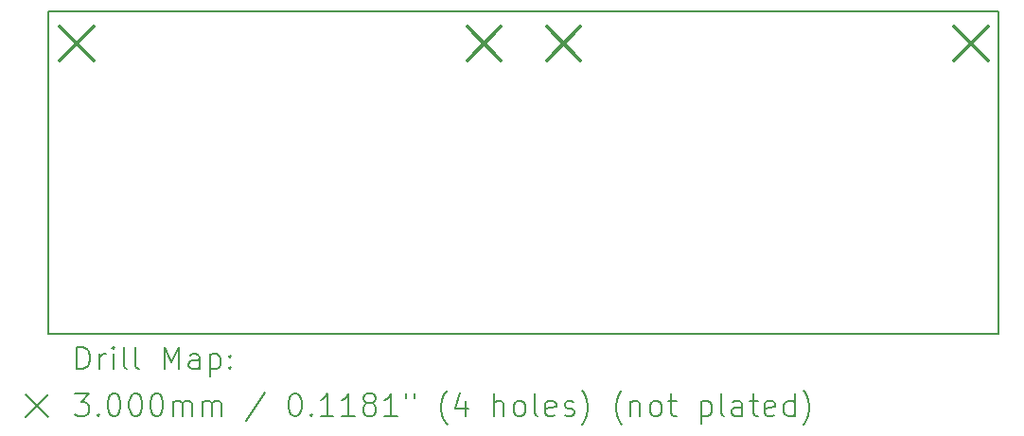
<source format=gbr>
%TF.GenerationSoftware,KiCad,Pcbnew,7.0.7*%
%TF.CreationDate,2023-11-07T21:15:59-05:00*%
%TF.ProjectId,DriveTrain,44726976-6554-4726-9169-6e2e6b696361,rev?*%
%TF.SameCoordinates,Original*%
%TF.FileFunction,Drillmap*%
%TF.FilePolarity,Positive*%
%FSLAX45Y45*%
G04 Gerber Fmt 4.5, Leading zero omitted, Abs format (unit mm)*
G04 Created by KiCad (PCBNEW 7.0.7) date 2023-11-07 21:15:59*
%MOMM*%
%LPD*%
G01*
G04 APERTURE LIST*
%ADD10C,0.150000*%
%ADD11C,0.200000*%
%ADD12C,0.300000*%
G04 APERTURE END LIST*
D10*
X12277900Y-3316200D02*
X12277900Y-6200000D01*
X20778700Y-3316200D02*
X20778700Y-6200000D01*
X12277900Y-6200000D02*
X20778700Y-6200000D01*
X12277900Y-3316200D02*
X20778700Y-3316200D01*
D11*
D12*
X12377500Y-3453000D02*
X12677500Y-3753000D01*
X12677500Y-3453000D02*
X12377500Y-3753000D01*
X16022200Y-3453000D02*
X16322200Y-3753000D01*
X16322200Y-3453000D02*
X16022200Y-3753000D01*
X16734200Y-3453000D02*
X17034200Y-3753000D01*
X17034200Y-3453000D02*
X16734200Y-3753000D01*
X20379200Y-3453000D02*
X20679200Y-3753000D01*
X20679200Y-3453000D02*
X20379200Y-3753000D01*
D11*
X12531177Y-6518984D02*
X12531177Y-6318984D01*
X12531177Y-6318984D02*
X12578796Y-6318984D01*
X12578796Y-6318984D02*
X12607367Y-6328508D01*
X12607367Y-6328508D02*
X12626415Y-6347555D01*
X12626415Y-6347555D02*
X12635939Y-6366603D01*
X12635939Y-6366603D02*
X12645462Y-6404698D01*
X12645462Y-6404698D02*
X12645462Y-6433269D01*
X12645462Y-6433269D02*
X12635939Y-6471365D01*
X12635939Y-6471365D02*
X12626415Y-6490412D01*
X12626415Y-6490412D02*
X12607367Y-6509460D01*
X12607367Y-6509460D02*
X12578796Y-6518984D01*
X12578796Y-6518984D02*
X12531177Y-6518984D01*
X12731177Y-6518984D02*
X12731177Y-6385650D01*
X12731177Y-6423746D02*
X12740701Y-6404698D01*
X12740701Y-6404698D02*
X12750224Y-6395174D01*
X12750224Y-6395174D02*
X12769272Y-6385650D01*
X12769272Y-6385650D02*
X12788320Y-6385650D01*
X12854986Y-6518984D02*
X12854986Y-6385650D01*
X12854986Y-6318984D02*
X12845462Y-6328508D01*
X12845462Y-6328508D02*
X12854986Y-6338031D01*
X12854986Y-6338031D02*
X12864510Y-6328508D01*
X12864510Y-6328508D02*
X12854986Y-6318984D01*
X12854986Y-6318984D02*
X12854986Y-6338031D01*
X12978796Y-6518984D02*
X12959748Y-6509460D01*
X12959748Y-6509460D02*
X12950224Y-6490412D01*
X12950224Y-6490412D02*
X12950224Y-6318984D01*
X13083558Y-6518984D02*
X13064510Y-6509460D01*
X13064510Y-6509460D02*
X13054986Y-6490412D01*
X13054986Y-6490412D02*
X13054986Y-6318984D01*
X13312129Y-6518984D02*
X13312129Y-6318984D01*
X13312129Y-6318984D02*
X13378796Y-6461841D01*
X13378796Y-6461841D02*
X13445462Y-6318984D01*
X13445462Y-6318984D02*
X13445462Y-6518984D01*
X13626415Y-6518984D02*
X13626415Y-6414222D01*
X13626415Y-6414222D02*
X13616891Y-6395174D01*
X13616891Y-6395174D02*
X13597843Y-6385650D01*
X13597843Y-6385650D02*
X13559748Y-6385650D01*
X13559748Y-6385650D02*
X13540701Y-6395174D01*
X13626415Y-6509460D02*
X13607367Y-6518984D01*
X13607367Y-6518984D02*
X13559748Y-6518984D01*
X13559748Y-6518984D02*
X13540701Y-6509460D01*
X13540701Y-6509460D02*
X13531177Y-6490412D01*
X13531177Y-6490412D02*
X13531177Y-6471365D01*
X13531177Y-6471365D02*
X13540701Y-6452317D01*
X13540701Y-6452317D02*
X13559748Y-6442793D01*
X13559748Y-6442793D02*
X13607367Y-6442793D01*
X13607367Y-6442793D02*
X13626415Y-6433269D01*
X13721653Y-6385650D02*
X13721653Y-6585650D01*
X13721653Y-6395174D02*
X13740701Y-6385650D01*
X13740701Y-6385650D02*
X13778796Y-6385650D01*
X13778796Y-6385650D02*
X13797843Y-6395174D01*
X13797843Y-6395174D02*
X13807367Y-6404698D01*
X13807367Y-6404698D02*
X13816891Y-6423746D01*
X13816891Y-6423746D02*
X13816891Y-6480888D01*
X13816891Y-6480888D02*
X13807367Y-6499936D01*
X13807367Y-6499936D02*
X13797843Y-6509460D01*
X13797843Y-6509460D02*
X13778796Y-6518984D01*
X13778796Y-6518984D02*
X13740701Y-6518984D01*
X13740701Y-6518984D02*
X13721653Y-6509460D01*
X13902605Y-6499936D02*
X13912129Y-6509460D01*
X13912129Y-6509460D02*
X13902605Y-6518984D01*
X13902605Y-6518984D02*
X13893082Y-6509460D01*
X13893082Y-6509460D02*
X13902605Y-6499936D01*
X13902605Y-6499936D02*
X13902605Y-6518984D01*
X13902605Y-6395174D02*
X13912129Y-6404698D01*
X13912129Y-6404698D02*
X13902605Y-6414222D01*
X13902605Y-6414222D02*
X13893082Y-6404698D01*
X13893082Y-6404698D02*
X13902605Y-6395174D01*
X13902605Y-6395174D02*
X13902605Y-6414222D01*
X12070400Y-6747500D02*
X12270400Y-6947500D01*
X12270400Y-6747500D02*
X12070400Y-6947500D01*
X12512129Y-6738984D02*
X12635939Y-6738984D01*
X12635939Y-6738984D02*
X12569272Y-6815174D01*
X12569272Y-6815174D02*
X12597843Y-6815174D01*
X12597843Y-6815174D02*
X12616891Y-6824698D01*
X12616891Y-6824698D02*
X12626415Y-6834222D01*
X12626415Y-6834222D02*
X12635939Y-6853269D01*
X12635939Y-6853269D02*
X12635939Y-6900888D01*
X12635939Y-6900888D02*
X12626415Y-6919936D01*
X12626415Y-6919936D02*
X12616891Y-6929460D01*
X12616891Y-6929460D02*
X12597843Y-6938984D01*
X12597843Y-6938984D02*
X12540701Y-6938984D01*
X12540701Y-6938984D02*
X12521653Y-6929460D01*
X12521653Y-6929460D02*
X12512129Y-6919936D01*
X12721653Y-6919936D02*
X12731177Y-6929460D01*
X12731177Y-6929460D02*
X12721653Y-6938984D01*
X12721653Y-6938984D02*
X12712129Y-6929460D01*
X12712129Y-6929460D02*
X12721653Y-6919936D01*
X12721653Y-6919936D02*
X12721653Y-6938984D01*
X12854986Y-6738984D02*
X12874034Y-6738984D01*
X12874034Y-6738984D02*
X12893082Y-6748508D01*
X12893082Y-6748508D02*
X12902605Y-6758031D01*
X12902605Y-6758031D02*
X12912129Y-6777079D01*
X12912129Y-6777079D02*
X12921653Y-6815174D01*
X12921653Y-6815174D02*
X12921653Y-6862793D01*
X12921653Y-6862793D02*
X12912129Y-6900888D01*
X12912129Y-6900888D02*
X12902605Y-6919936D01*
X12902605Y-6919936D02*
X12893082Y-6929460D01*
X12893082Y-6929460D02*
X12874034Y-6938984D01*
X12874034Y-6938984D02*
X12854986Y-6938984D01*
X12854986Y-6938984D02*
X12835939Y-6929460D01*
X12835939Y-6929460D02*
X12826415Y-6919936D01*
X12826415Y-6919936D02*
X12816891Y-6900888D01*
X12816891Y-6900888D02*
X12807367Y-6862793D01*
X12807367Y-6862793D02*
X12807367Y-6815174D01*
X12807367Y-6815174D02*
X12816891Y-6777079D01*
X12816891Y-6777079D02*
X12826415Y-6758031D01*
X12826415Y-6758031D02*
X12835939Y-6748508D01*
X12835939Y-6748508D02*
X12854986Y-6738984D01*
X13045462Y-6738984D02*
X13064510Y-6738984D01*
X13064510Y-6738984D02*
X13083558Y-6748508D01*
X13083558Y-6748508D02*
X13093082Y-6758031D01*
X13093082Y-6758031D02*
X13102605Y-6777079D01*
X13102605Y-6777079D02*
X13112129Y-6815174D01*
X13112129Y-6815174D02*
X13112129Y-6862793D01*
X13112129Y-6862793D02*
X13102605Y-6900888D01*
X13102605Y-6900888D02*
X13093082Y-6919936D01*
X13093082Y-6919936D02*
X13083558Y-6929460D01*
X13083558Y-6929460D02*
X13064510Y-6938984D01*
X13064510Y-6938984D02*
X13045462Y-6938984D01*
X13045462Y-6938984D02*
X13026415Y-6929460D01*
X13026415Y-6929460D02*
X13016891Y-6919936D01*
X13016891Y-6919936D02*
X13007367Y-6900888D01*
X13007367Y-6900888D02*
X12997843Y-6862793D01*
X12997843Y-6862793D02*
X12997843Y-6815174D01*
X12997843Y-6815174D02*
X13007367Y-6777079D01*
X13007367Y-6777079D02*
X13016891Y-6758031D01*
X13016891Y-6758031D02*
X13026415Y-6748508D01*
X13026415Y-6748508D02*
X13045462Y-6738984D01*
X13235939Y-6738984D02*
X13254986Y-6738984D01*
X13254986Y-6738984D02*
X13274034Y-6748508D01*
X13274034Y-6748508D02*
X13283558Y-6758031D01*
X13283558Y-6758031D02*
X13293082Y-6777079D01*
X13293082Y-6777079D02*
X13302605Y-6815174D01*
X13302605Y-6815174D02*
X13302605Y-6862793D01*
X13302605Y-6862793D02*
X13293082Y-6900888D01*
X13293082Y-6900888D02*
X13283558Y-6919936D01*
X13283558Y-6919936D02*
X13274034Y-6929460D01*
X13274034Y-6929460D02*
X13254986Y-6938984D01*
X13254986Y-6938984D02*
X13235939Y-6938984D01*
X13235939Y-6938984D02*
X13216891Y-6929460D01*
X13216891Y-6929460D02*
X13207367Y-6919936D01*
X13207367Y-6919936D02*
X13197843Y-6900888D01*
X13197843Y-6900888D02*
X13188320Y-6862793D01*
X13188320Y-6862793D02*
X13188320Y-6815174D01*
X13188320Y-6815174D02*
X13197843Y-6777079D01*
X13197843Y-6777079D02*
X13207367Y-6758031D01*
X13207367Y-6758031D02*
X13216891Y-6748508D01*
X13216891Y-6748508D02*
X13235939Y-6738984D01*
X13388320Y-6938984D02*
X13388320Y-6805650D01*
X13388320Y-6824698D02*
X13397843Y-6815174D01*
X13397843Y-6815174D02*
X13416891Y-6805650D01*
X13416891Y-6805650D02*
X13445463Y-6805650D01*
X13445463Y-6805650D02*
X13464510Y-6815174D01*
X13464510Y-6815174D02*
X13474034Y-6834222D01*
X13474034Y-6834222D02*
X13474034Y-6938984D01*
X13474034Y-6834222D02*
X13483558Y-6815174D01*
X13483558Y-6815174D02*
X13502605Y-6805650D01*
X13502605Y-6805650D02*
X13531177Y-6805650D01*
X13531177Y-6805650D02*
X13550224Y-6815174D01*
X13550224Y-6815174D02*
X13559748Y-6834222D01*
X13559748Y-6834222D02*
X13559748Y-6938984D01*
X13654986Y-6938984D02*
X13654986Y-6805650D01*
X13654986Y-6824698D02*
X13664510Y-6815174D01*
X13664510Y-6815174D02*
X13683558Y-6805650D01*
X13683558Y-6805650D02*
X13712129Y-6805650D01*
X13712129Y-6805650D02*
X13731177Y-6815174D01*
X13731177Y-6815174D02*
X13740701Y-6834222D01*
X13740701Y-6834222D02*
X13740701Y-6938984D01*
X13740701Y-6834222D02*
X13750224Y-6815174D01*
X13750224Y-6815174D02*
X13769272Y-6805650D01*
X13769272Y-6805650D02*
X13797843Y-6805650D01*
X13797843Y-6805650D02*
X13816891Y-6815174D01*
X13816891Y-6815174D02*
X13826415Y-6834222D01*
X13826415Y-6834222D02*
X13826415Y-6938984D01*
X14216891Y-6729460D02*
X14045463Y-6986603D01*
X14474034Y-6738984D02*
X14493082Y-6738984D01*
X14493082Y-6738984D02*
X14512129Y-6748508D01*
X14512129Y-6748508D02*
X14521653Y-6758031D01*
X14521653Y-6758031D02*
X14531177Y-6777079D01*
X14531177Y-6777079D02*
X14540701Y-6815174D01*
X14540701Y-6815174D02*
X14540701Y-6862793D01*
X14540701Y-6862793D02*
X14531177Y-6900888D01*
X14531177Y-6900888D02*
X14521653Y-6919936D01*
X14521653Y-6919936D02*
X14512129Y-6929460D01*
X14512129Y-6929460D02*
X14493082Y-6938984D01*
X14493082Y-6938984D02*
X14474034Y-6938984D01*
X14474034Y-6938984D02*
X14454986Y-6929460D01*
X14454986Y-6929460D02*
X14445463Y-6919936D01*
X14445463Y-6919936D02*
X14435939Y-6900888D01*
X14435939Y-6900888D02*
X14426415Y-6862793D01*
X14426415Y-6862793D02*
X14426415Y-6815174D01*
X14426415Y-6815174D02*
X14435939Y-6777079D01*
X14435939Y-6777079D02*
X14445463Y-6758031D01*
X14445463Y-6758031D02*
X14454986Y-6748508D01*
X14454986Y-6748508D02*
X14474034Y-6738984D01*
X14626415Y-6919936D02*
X14635939Y-6929460D01*
X14635939Y-6929460D02*
X14626415Y-6938984D01*
X14626415Y-6938984D02*
X14616891Y-6929460D01*
X14616891Y-6929460D02*
X14626415Y-6919936D01*
X14626415Y-6919936D02*
X14626415Y-6938984D01*
X14826415Y-6938984D02*
X14712129Y-6938984D01*
X14769272Y-6938984D02*
X14769272Y-6738984D01*
X14769272Y-6738984D02*
X14750225Y-6767555D01*
X14750225Y-6767555D02*
X14731177Y-6786603D01*
X14731177Y-6786603D02*
X14712129Y-6796127D01*
X15016891Y-6938984D02*
X14902606Y-6938984D01*
X14959748Y-6938984D02*
X14959748Y-6738984D01*
X14959748Y-6738984D02*
X14940701Y-6767555D01*
X14940701Y-6767555D02*
X14921653Y-6786603D01*
X14921653Y-6786603D02*
X14902606Y-6796127D01*
X15131177Y-6824698D02*
X15112129Y-6815174D01*
X15112129Y-6815174D02*
X15102606Y-6805650D01*
X15102606Y-6805650D02*
X15093082Y-6786603D01*
X15093082Y-6786603D02*
X15093082Y-6777079D01*
X15093082Y-6777079D02*
X15102606Y-6758031D01*
X15102606Y-6758031D02*
X15112129Y-6748508D01*
X15112129Y-6748508D02*
X15131177Y-6738984D01*
X15131177Y-6738984D02*
X15169272Y-6738984D01*
X15169272Y-6738984D02*
X15188320Y-6748508D01*
X15188320Y-6748508D02*
X15197844Y-6758031D01*
X15197844Y-6758031D02*
X15207367Y-6777079D01*
X15207367Y-6777079D02*
X15207367Y-6786603D01*
X15207367Y-6786603D02*
X15197844Y-6805650D01*
X15197844Y-6805650D02*
X15188320Y-6815174D01*
X15188320Y-6815174D02*
X15169272Y-6824698D01*
X15169272Y-6824698D02*
X15131177Y-6824698D01*
X15131177Y-6824698D02*
X15112129Y-6834222D01*
X15112129Y-6834222D02*
X15102606Y-6843746D01*
X15102606Y-6843746D02*
X15093082Y-6862793D01*
X15093082Y-6862793D02*
X15093082Y-6900888D01*
X15093082Y-6900888D02*
X15102606Y-6919936D01*
X15102606Y-6919936D02*
X15112129Y-6929460D01*
X15112129Y-6929460D02*
X15131177Y-6938984D01*
X15131177Y-6938984D02*
X15169272Y-6938984D01*
X15169272Y-6938984D02*
X15188320Y-6929460D01*
X15188320Y-6929460D02*
X15197844Y-6919936D01*
X15197844Y-6919936D02*
X15207367Y-6900888D01*
X15207367Y-6900888D02*
X15207367Y-6862793D01*
X15207367Y-6862793D02*
X15197844Y-6843746D01*
X15197844Y-6843746D02*
X15188320Y-6834222D01*
X15188320Y-6834222D02*
X15169272Y-6824698D01*
X15397844Y-6938984D02*
X15283558Y-6938984D01*
X15340701Y-6938984D02*
X15340701Y-6738984D01*
X15340701Y-6738984D02*
X15321653Y-6767555D01*
X15321653Y-6767555D02*
X15302606Y-6786603D01*
X15302606Y-6786603D02*
X15283558Y-6796127D01*
X15474034Y-6738984D02*
X15474034Y-6777079D01*
X15550225Y-6738984D02*
X15550225Y-6777079D01*
X15845463Y-7015174D02*
X15835939Y-7005650D01*
X15835939Y-7005650D02*
X15816891Y-6977079D01*
X15816891Y-6977079D02*
X15807368Y-6958031D01*
X15807368Y-6958031D02*
X15797844Y-6929460D01*
X15797844Y-6929460D02*
X15788320Y-6881841D01*
X15788320Y-6881841D02*
X15788320Y-6843746D01*
X15788320Y-6843746D02*
X15797844Y-6796127D01*
X15797844Y-6796127D02*
X15807368Y-6767555D01*
X15807368Y-6767555D02*
X15816891Y-6748508D01*
X15816891Y-6748508D02*
X15835939Y-6719936D01*
X15835939Y-6719936D02*
X15845463Y-6710412D01*
X16007368Y-6805650D02*
X16007368Y-6938984D01*
X15959748Y-6729460D02*
X15912129Y-6872317D01*
X15912129Y-6872317D02*
X16035939Y-6872317D01*
X16264510Y-6938984D02*
X16264510Y-6738984D01*
X16350225Y-6938984D02*
X16350225Y-6834222D01*
X16350225Y-6834222D02*
X16340701Y-6815174D01*
X16340701Y-6815174D02*
X16321653Y-6805650D01*
X16321653Y-6805650D02*
X16293082Y-6805650D01*
X16293082Y-6805650D02*
X16274034Y-6815174D01*
X16274034Y-6815174D02*
X16264510Y-6824698D01*
X16474034Y-6938984D02*
X16454987Y-6929460D01*
X16454987Y-6929460D02*
X16445463Y-6919936D01*
X16445463Y-6919936D02*
X16435939Y-6900888D01*
X16435939Y-6900888D02*
X16435939Y-6843746D01*
X16435939Y-6843746D02*
X16445463Y-6824698D01*
X16445463Y-6824698D02*
X16454987Y-6815174D01*
X16454987Y-6815174D02*
X16474034Y-6805650D01*
X16474034Y-6805650D02*
X16502606Y-6805650D01*
X16502606Y-6805650D02*
X16521653Y-6815174D01*
X16521653Y-6815174D02*
X16531177Y-6824698D01*
X16531177Y-6824698D02*
X16540701Y-6843746D01*
X16540701Y-6843746D02*
X16540701Y-6900888D01*
X16540701Y-6900888D02*
X16531177Y-6919936D01*
X16531177Y-6919936D02*
X16521653Y-6929460D01*
X16521653Y-6929460D02*
X16502606Y-6938984D01*
X16502606Y-6938984D02*
X16474034Y-6938984D01*
X16654987Y-6938984D02*
X16635939Y-6929460D01*
X16635939Y-6929460D02*
X16626415Y-6910412D01*
X16626415Y-6910412D02*
X16626415Y-6738984D01*
X16807368Y-6929460D02*
X16788320Y-6938984D01*
X16788320Y-6938984D02*
X16750225Y-6938984D01*
X16750225Y-6938984D02*
X16731177Y-6929460D01*
X16731177Y-6929460D02*
X16721653Y-6910412D01*
X16721653Y-6910412D02*
X16721653Y-6834222D01*
X16721653Y-6834222D02*
X16731177Y-6815174D01*
X16731177Y-6815174D02*
X16750225Y-6805650D01*
X16750225Y-6805650D02*
X16788320Y-6805650D01*
X16788320Y-6805650D02*
X16807368Y-6815174D01*
X16807368Y-6815174D02*
X16816892Y-6834222D01*
X16816892Y-6834222D02*
X16816892Y-6853269D01*
X16816892Y-6853269D02*
X16721653Y-6872317D01*
X16893082Y-6929460D02*
X16912130Y-6938984D01*
X16912130Y-6938984D02*
X16950225Y-6938984D01*
X16950225Y-6938984D02*
X16969273Y-6929460D01*
X16969273Y-6929460D02*
X16978796Y-6910412D01*
X16978796Y-6910412D02*
X16978796Y-6900888D01*
X16978796Y-6900888D02*
X16969273Y-6881841D01*
X16969273Y-6881841D02*
X16950225Y-6872317D01*
X16950225Y-6872317D02*
X16921653Y-6872317D01*
X16921653Y-6872317D02*
X16902606Y-6862793D01*
X16902606Y-6862793D02*
X16893082Y-6843746D01*
X16893082Y-6843746D02*
X16893082Y-6834222D01*
X16893082Y-6834222D02*
X16902606Y-6815174D01*
X16902606Y-6815174D02*
X16921653Y-6805650D01*
X16921653Y-6805650D02*
X16950225Y-6805650D01*
X16950225Y-6805650D02*
X16969273Y-6815174D01*
X17045463Y-7015174D02*
X17054987Y-7005650D01*
X17054987Y-7005650D02*
X17074034Y-6977079D01*
X17074034Y-6977079D02*
X17083558Y-6958031D01*
X17083558Y-6958031D02*
X17093082Y-6929460D01*
X17093082Y-6929460D02*
X17102606Y-6881841D01*
X17102606Y-6881841D02*
X17102606Y-6843746D01*
X17102606Y-6843746D02*
X17093082Y-6796127D01*
X17093082Y-6796127D02*
X17083558Y-6767555D01*
X17083558Y-6767555D02*
X17074034Y-6748508D01*
X17074034Y-6748508D02*
X17054987Y-6719936D01*
X17054987Y-6719936D02*
X17045463Y-6710412D01*
X17407368Y-7015174D02*
X17397844Y-7005650D01*
X17397844Y-7005650D02*
X17378796Y-6977079D01*
X17378796Y-6977079D02*
X17369273Y-6958031D01*
X17369273Y-6958031D02*
X17359749Y-6929460D01*
X17359749Y-6929460D02*
X17350225Y-6881841D01*
X17350225Y-6881841D02*
X17350225Y-6843746D01*
X17350225Y-6843746D02*
X17359749Y-6796127D01*
X17359749Y-6796127D02*
X17369273Y-6767555D01*
X17369273Y-6767555D02*
X17378796Y-6748508D01*
X17378796Y-6748508D02*
X17397844Y-6719936D01*
X17397844Y-6719936D02*
X17407368Y-6710412D01*
X17483558Y-6805650D02*
X17483558Y-6938984D01*
X17483558Y-6824698D02*
X17493082Y-6815174D01*
X17493082Y-6815174D02*
X17512130Y-6805650D01*
X17512130Y-6805650D02*
X17540701Y-6805650D01*
X17540701Y-6805650D02*
X17559749Y-6815174D01*
X17559749Y-6815174D02*
X17569273Y-6834222D01*
X17569273Y-6834222D02*
X17569273Y-6938984D01*
X17693082Y-6938984D02*
X17674034Y-6929460D01*
X17674034Y-6929460D02*
X17664511Y-6919936D01*
X17664511Y-6919936D02*
X17654987Y-6900888D01*
X17654987Y-6900888D02*
X17654987Y-6843746D01*
X17654987Y-6843746D02*
X17664511Y-6824698D01*
X17664511Y-6824698D02*
X17674034Y-6815174D01*
X17674034Y-6815174D02*
X17693082Y-6805650D01*
X17693082Y-6805650D02*
X17721654Y-6805650D01*
X17721654Y-6805650D02*
X17740701Y-6815174D01*
X17740701Y-6815174D02*
X17750225Y-6824698D01*
X17750225Y-6824698D02*
X17759749Y-6843746D01*
X17759749Y-6843746D02*
X17759749Y-6900888D01*
X17759749Y-6900888D02*
X17750225Y-6919936D01*
X17750225Y-6919936D02*
X17740701Y-6929460D01*
X17740701Y-6929460D02*
X17721654Y-6938984D01*
X17721654Y-6938984D02*
X17693082Y-6938984D01*
X17816892Y-6805650D02*
X17893082Y-6805650D01*
X17845463Y-6738984D02*
X17845463Y-6910412D01*
X17845463Y-6910412D02*
X17854987Y-6929460D01*
X17854987Y-6929460D02*
X17874034Y-6938984D01*
X17874034Y-6938984D02*
X17893082Y-6938984D01*
X18112130Y-6805650D02*
X18112130Y-7005650D01*
X18112130Y-6815174D02*
X18131177Y-6805650D01*
X18131177Y-6805650D02*
X18169273Y-6805650D01*
X18169273Y-6805650D02*
X18188320Y-6815174D01*
X18188320Y-6815174D02*
X18197844Y-6824698D01*
X18197844Y-6824698D02*
X18207368Y-6843746D01*
X18207368Y-6843746D02*
X18207368Y-6900888D01*
X18207368Y-6900888D02*
X18197844Y-6919936D01*
X18197844Y-6919936D02*
X18188320Y-6929460D01*
X18188320Y-6929460D02*
X18169273Y-6938984D01*
X18169273Y-6938984D02*
X18131177Y-6938984D01*
X18131177Y-6938984D02*
X18112130Y-6929460D01*
X18321654Y-6938984D02*
X18302606Y-6929460D01*
X18302606Y-6929460D02*
X18293082Y-6910412D01*
X18293082Y-6910412D02*
X18293082Y-6738984D01*
X18483558Y-6938984D02*
X18483558Y-6834222D01*
X18483558Y-6834222D02*
X18474035Y-6815174D01*
X18474035Y-6815174D02*
X18454987Y-6805650D01*
X18454987Y-6805650D02*
X18416892Y-6805650D01*
X18416892Y-6805650D02*
X18397844Y-6815174D01*
X18483558Y-6929460D02*
X18464511Y-6938984D01*
X18464511Y-6938984D02*
X18416892Y-6938984D01*
X18416892Y-6938984D02*
X18397844Y-6929460D01*
X18397844Y-6929460D02*
X18388320Y-6910412D01*
X18388320Y-6910412D02*
X18388320Y-6891365D01*
X18388320Y-6891365D02*
X18397844Y-6872317D01*
X18397844Y-6872317D02*
X18416892Y-6862793D01*
X18416892Y-6862793D02*
X18464511Y-6862793D01*
X18464511Y-6862793D02*
X18483558Y-6853269D01*
X18550225Y-6805650D02*
X18626415Y-6805650D01*
X18578796Y-6738984D02*
X18578796Y-6910412D01*
X18578796Y-6910412D02*
X18588320Y-6929460D01*
X18588320Y-6929460D02*
X18607368Y-6938984D01*
X18607368Y-6938984D02*
X18626415Y-6938984D01*
X18769273Y-6929460D02*
X18750225Y-6938984D01*
X18750225Y-6938984D02*
X18712130Y-6938984D01*
X18712130Y-6938984D02*
X18693082Y-6929460D01*
X18693082Y-6929460D02*
X18683558Y-6910412D01*
X18683558Y-6910412D02*
X18683558Y-6834222D01*
X18683558Y-6834222D02*
X18693082Y-6815174D01*
X18693082Y-6815174D02*
X18712130Y-6805650D01*
X18712130Y-6805650D02*
X18750225Y-6805650D01*
X18750225Y-6805650D02*
X18769273Y-6815174D01*
X18769273Y-6815174D02*
X18778796Y-6834222D01*
X18778796Y-6834222D02*
X18778796Y-6853269D01*
X18778796Y-6853269D02*
X18683558Y-6872317D01*
X18950225Y-6938984D02*
X18950225Y-6738984D01*
X18950225Y-6929460D02*
X18931177Y-6938984D01*
X18931177Y-6938984D02*
X18893082Y-6938984D01*
X18893082Y-6938984D02*
X18874035Y-6929460D01*
X18874035Y-6929460D02*
X18864511Y-6919936D01*
X18864511Y-6919936D02*
X18854987Y-6900888D01*
X18854987Y-6900888D02*
X18854987Y-6843746D01*
X18854987Y-6843746D02*
X18864511Y-6824698D01*
X18864511Y-6824698D02*
X18874035Y-6815174D01*
X18874035Y-6815174D02*
X18893082Y-6805650D01*
X18893082Y-6805650D02*
X18931177Y-6805650D01*
X18931177Y-6805650D02*
X18950225Y-6815174D01*
X19026416Y-7015174D02*
X19035939Y-7005650D01*
X19035939Y-7005650D02*
X19054987Y-6977079D01*
X19054987Y-6977079D02*
X19064511Y-6958031D01*
X19064511Y-6958031D02*
X19074035Y-6929460D01*
X19074035Y-6929460D02*
X19083558Y-6881841D01*
X19083558Y-6881841D02*
X19083558Y-6843746D01*
X19083558Y-6843746D02*
X19074035Y-6796127D01*
X19074035Y-6796127D02*
X19064511Y-6767555D01*
X19064511Y-6767555D02*
X19054987Y-6748508D01*
X19054987Y-6748508D02*
X19035939Y-6719936D01*
X19035939Y-6719936D02*
X19026416Y-6710412D01*
M02*

</source>
